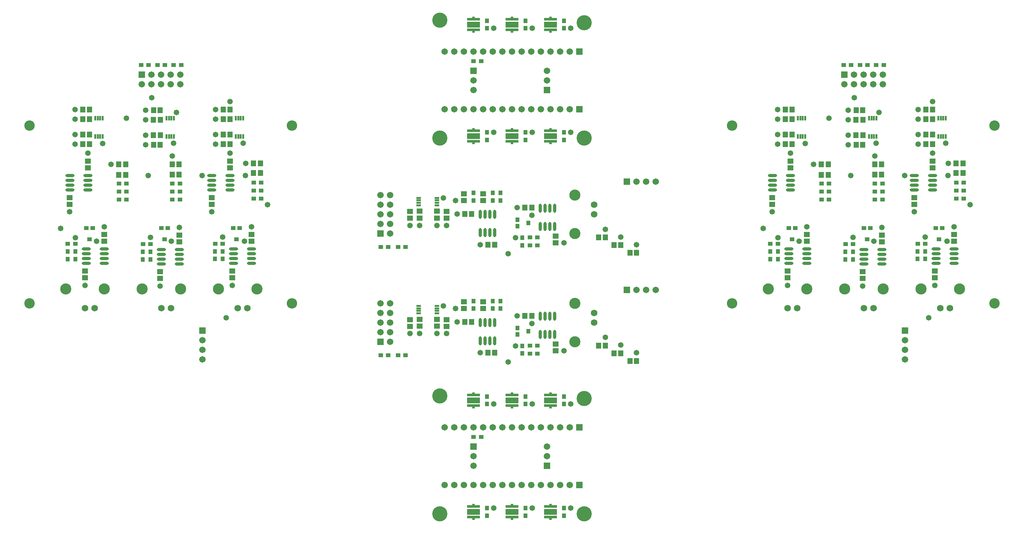
<source format=gts>
%FSLAX25Y25*%
%MOIN*%
G70*
G01*
G75*
G04 Layer_Color=8388736*
%ADD10R,0.12992X0.05118*%
%ADD11R,0.12992X0.01969*%
%ADD12R,0.01969X0.01575*%
%ADD13R,0.03543X0.04331*%
%ADD14R,0.04331X0.03543*%
%ADD15C,0.01000*%
%ADD16R,0.03937X0.03543*%
%ADD17R,0.01614X0.04016*%
%ADD18R,0.04921X0.05512*%
%ADD19R,0.04724X0.05512*%
%ADD20R,0.05512X0.04724*%
%ADD21O,0.08661X0.02362*%
%ADD22R,0.03543X0.03937*%
%ADD23R,0.04016X0.01614*%
%ADD24R,0.05512X0.04724*%
%ADD25R,0.05512X0.04921*%
%ADD26O,0.02362X0.08661*%
%ADD27R,0.05906X0.05906*%
%ADD28C,0.05906*%
%ADD29R,0.05906X0.05906*%
%ADD30C,0.05000*%
%ADD31C,0.14950*%
%ADD32C,0.10000*%
%ADD33C,0.06000*%
%ADD34C,0.10787*%
%ADD35R,0.04724X0.04724*%
%ADD36R,0.10000X0.05984*%
%ADD37R,0.05984X0.10000*%
%ADD38R,0.04724X0.04724*%
%ADD39C,0.00787*%
%ADD40C,0.00800*%
%ADD41C,0.00700*%
%ADD42C,0.00984*%
%ADD43C,0.02362*%
%ADD44C,0.02000*%
%ADD45C,0.01500*%
%ADD46C,0.01200*%
%ADD47R,0.13792X0.05918*%
%ADD48R,0.13792X0.02769*%
%ADD49R,0.02769X0.02375*%
%ADD50R,0.04343X0.05131*%
%ADD51R,0.05131X0.04343*%
%ADD52R,0.04737X0.04343*%
%ADD53R,0.02414X0.04816*%
%ADD54R,0.05721X0.06312*%
%ADD55R,0.05524X0.06312*%
%ADD56R,0.06312X0.05524*%
%ADD57O,0.09461X0.03162*%
%ADD58R,0.04343X0.04737*%
%ADD59R,0.04816X0.02414*%
%ADD60R,0.06312X0.05524*%
%ADD61R,0.06312X0.05721*%
%ADD62O,0.03162X0.09461*%
%ADD63R,0.06706X0.06706*%
%ADD64C,0.06706*%
%ADD65R,0.06706X0.06706*%
%ADD66C,0.05800*%
%ADD67C,0.15750*%
%ADD68C,0.10800*%
%ADD69C,0.06800*%
%ADD70C,0.11587*%
D47*
X595000Y18500D02*
D03*
X555000Y134500D02*
D03*
X515000Y18500D02*
D03*
X595000Y134500D02*
D03*
X555000Y18500D02*
D03*
X515000Y134500D02*
D03*
X595000Y409500D02*
D03*
X555000Y525500D02*
D03*
X515000Y409500D02*
D03*
X595000Y525500D02*
D03*
X555000Y409500D02*
D03*
X515000Y525500D02*
D03*
D48*
X595000Y24012D02*
D03*
Y12988D02*
D03*
X555000Y128988D02*
D03*
Y140012D02*
D03*
X515000Y24012D02*
D03*
Y12988D02*
D03*
X595000Y128988D02*
D03*
Y140012D02*
D03*
X555000Y24012D02*
D03*
Y12988D02*
D03*
X515000Y128988D02*
D03*
Y140012D02*
D03*
X595000Y415012D02*
D03*
Y403988D02*
D03*
X555000Y519988D02*
D03*
Y531012D02*
D03*
X515000Y415012D02*
D03*
Y403988D02*
D03*
X595000Y519988D02*
D03*
Y531012D02*
D03*
X555000Y415012D02*
D03*
Y403988D02*
D03*
X515000Y519988D02*
D03*
Y531012D02*
D03*
D49*
X595000Y25784D02*
D03*
Y11216D02*
D03*
X555000Y127216D02*
D03*
Y141783D02*
D03*
X515000Y25784D02*
D03*
Y11216D02*
D03*
X595000Y127216D02*
D03*
Y141783D02*
D03*
X555000Y25784D02*
D03*
Y11216D02*
D03*
X515000Y127216D02*
D03*
Y141783D02*
D03*
X595000Y416784D02*
D03*
Y402216D02*
D03*
X555000Y518217D02*
D03*
Y532784D02*
D03*
X515000Y416784D02*
D03*
Y402216D02*
D03*
X595000Y518217D02*
D03*
Y532784D02*
D03*
X555000Y416784D02*
D03*
Y402216D02*
D03*
X515000Y518217D02*
D03*
Y532784D02*
D03*
D50*
X609000Y14500D02*
D03*
Y22374D02*
D03*
Y138500D02*
D03*
Y130626D02*
D03*
X569000Y138500D02*
D03*
Y130626D02*
D03*
Y14500D02*
D03*
Y22374D02*
D03*
X529000Y14500D02*
D03*
Y22374D02*
D03*
Y138500D02*
D03*
Y130626D02*
D03*
X609000Y405500D02*
D03*
Y413374D02*
D03*
Y529500D02*
D03*
Y521626D02*
D03*
X569000Y529500D02*
D03*
Y521626D02*
D03*
Y405500D02*
D03*
Y413374D02*
D03*
X529000Y405500D02*
D03*
Y413374D02*
D03*
Y529500D02*
D03*
Y521626D02*
D03*
X254500Y281626D02*
D03*
Y289500D02*
D03*
X246500Y281626D02*
D03*
Y289500D02*
D03*
X179500Y281126D02*
D03*
Y289000D02*
D03*
X171500Y281126D02*
D03*
Y289000D02*
D03*
X101200Y281426D02*
D03*
Y289300D02*
D03*
X93200Y281426D02*
D03*
Y289300D02*
D03*
X984500Y281626D02*
D03*
Y289500D02*
D03*
X976500Y281626D02*
D03*
Y289500D02*
D03*
X909500Y281126D02*
D03*
Y289000D02*
D03*
X901500Y281126D02*
D03*
Y289000D02*
D03*
X831200Y281426D02*
D03*
Y289300D02*
D03*
X823200Y281426D02*
D03*
Y289300D02*
D03*
X543000Y230000D02*
D03*
Y237874D02*
D03*
X535000Y230000D02*
D03*
Y237874D02*
D03*
X572000Y206500D02*
D03*
X515000Y237874D02*
D03*
Y230000D02*
D03*
X565626Y191106D02*
D03*
Y183232D02*
D03*
X543000Y342500D02*
D03*
Y350374D02*
D03*
X535000Y342500D02*
D03*
Y350374D02*
D03*
X572000Y319000D02*
D03*
X515000Y350374D02*
D03*
Y342500D02*
D03*
X565626Y303606D02*
D03*
Y295732D02*
D03*
D51*
X523000Y96500D02*
D03*
X515126D02*
D03*
X523000Y487500D02*
D03*
X515126D02*
D03*
X169626Y483500D02*
D03*
X177500D02*
D03*
X211374D02*
D03*
X203500D02*
D03*
X186563D02*
D03*
X194437D02*
D03*
X246626Y297500D02*
D03*
X254500D02*
D03*
X171626Y297000D02*
D03*
X179500D02*
D03*
X93326Y297300D02*
D03*
X101200D02*
D03*
X286549Y361000D02*
D03*
X294423D02*
D03*
X202000Y360000D02*
D03*
X209874D02*
D03*
X146549D02*
D03*
X154423D02*
D03*
X294423Y352750D02*
D03*
X286549D02*
D03*
X294423Y344500D02*
D03*
X286549D02*
D03*
X209874Y351750D02*
D03*
X202000D02*
D03*
X209874Y343500D02*
D03*
X202000D02*
D03*
X154423Y351750D02*
D03*
X146549D02*
D03*
X154423Y343500D02*
D03*
X146549D02*
D03*
X268800Y302200D02*
D03*
X193900D02*
D03*
X115900D02*
D03*
X899626Y483500D02*
D03*
X907500D02*
D03*
X941374D02*
D03*
X933500D02*
D03*
X916563D02*
D03*
X924437D02*
D03*
X976626Y297500D02*
D03*
X984500D02*
D03*
X901626Y297000D02*
D03*
X909500D02*
D03*
X823326Y297300D02*
D03*
X831200D02*
D03*
X1016549Y361000D02*
D03*
X1024423D02*
D03*
X932000Y360000D02*
D03*
X939874D02*
D03*
X876549D02*
D03*
X884423D02*
D03*
X1024423Y352750D02*
D03*
X1016549D02*
D03*
X1024423Y344500D02*
D03*
X1016549D02*
D03*
X939874Y351750D02*
D03*
X932000D02*
D03*
X939874Y343500D02*
D03*
X932000D02*
D03*
X884423Y351750D02*
D03*
X876549D02*
D03*
X884423Y343500D02*
D03*
X876549D02*
D03*
X998800Y302200D02*
D03*
X923900D02*
D03*
X845900D02*
D03*
X573626Y183106D02*
D03*
X581500D02*
D03*
X573626Y191500D02*
D03*
X581500D02*
D03*
X418626Y181500D02*
D03*
X426500D02*
D03*
X436626D02*
D03*
X444500D02*
D03*
X573626Y295606D02*
D03*
X581500D02*
D03*
X573626Y304000D02*
D03*
X581500D02*
D03*
X418626Y294000D02*
D03*
X426500D02*
D03*
X436626D02*
D03*
X444500D02*
D03*
D52*
X265454Y313617D02*
D03*
X272147D02*
D03*
X190553D02*
D03*
X197247D02*
D03*
X112554D02*
D03*
X119246D02*
D03*
X995453D02*
D03*
X1002147D02*
D03*
X920553D02*
D03*
X927246D02*
D03*
X842554D02*
D03*
X849247D02*
D03*
D53*
X268000Y409000D02*
D03*
X270559D02*
D03*
X273118D02*
D03*
X275677D02*
D03*
X268000Y427898D02*
D03*
X270559D02*
D03*
X273118D02*
D03*
X275677D02*
D03*
X196000Y409000D02*
D03*
X198559D02*
D03*
X201118D02*
D03*
X203677D02*
D03*
X196000Y427898D02*
D03*
X198559D02*
D03*
X201118D02*
D03*
X203677D02*
D03*
X122000Y409000D02*
D03*
X124559D02*
D03*
X127118D02*
D03*
X129677D02*
D03*
X122000Y427898D02*
D03*
X124559D02*
D03*
X127118D02*
D03*
X129677D02*
D03*
X998000Y409000D02*
D03*
X1000559D02*
D03*
X1003118D02*
D03*
X1005677D02*
D03*
X998000Y427898D02*
D03*
X1000559D02*
D03*
X1003118D02*
D03*
X1005677D02*
D03*
X926000Y409000D02*
D03*
X928559D02*
D03*
X931118D02*
D03*
X933677D02*
D03*
X926000Y427898D02*
D03*
X928559D02*
D03*
X931118D02*
D03*
X933677D02*
D03*
X852000Y409000D02*
D03*
X854559D02*
D03*
X857118D02*
D03*
X859677D02*
D03*
X852000Y427898D02*
D03*
X854559D02*
D03*
X857118D02*
D03*
X859677D02*
D03*
D54*
X261945Y401000D02*
D03*
X255055D02*
D03*
X261945Y437000D02*
D03*
X255055D02*
D03*
X189445Y400500D02*
D03*
X182555D02*
D03*
X189445Y436500D02*
D03*
X182555D02*
D03*
X115945Y401000D02*
D03*
X109055D02*
D03*
X115945Y437000D02*
D03*
X109055D02*
D03*
X991945Y401000D02*
D03*
X985055D02*
D03*
X991945Y437000D02*
D03*
X985055D02*
D03*
X919445Y400500D02*
D03*
X912555D02*
D03*
X919445Y436500D02*
D03*
X912555D02*
D03*
X845945Y401000D02*
D03*
X839055D02*
D03*
X845945Y437000D02*
D03*
X839055D02*
D03*
X645055Y191500D02*
D03*
X651945D02*
D03*
X661055Y183500D02*
D03*
X667945D02*
D03*
X677555Y175500D02*
D03*
X684445D02*
D03*
X645055Y304000D02*
D03*
X651945D02*
D03*
X661055Y296000D02*
D03*
X667945D02*
D03*
X677555Y288000D02*
D03*
X684445D02*
D03*
D55*
X254957Y411000D02*
D03*
X262043D02*
D03*
X254957Y427000D02*
D03*
X262043D02*
D03*
X182457Y410500D02*
D03*
X189543D02*
D03*
X182457Y426500D02*
D03*
X189543D02*
D03*
X108957Y411000D02*
D03*
X116043D02*
D03*
X286457Y371000D02*
D03*
X293543D02*
D03*
X108957Y427000D02*
D03*
X116043D02*
D03*
X201908Y369500D02*
D03*
X208995D02*
D03*
X146457Y369000D02*
D03*
X153543D02*
D03*
X286457Y381000D02*
D03*
X293543D02*
D03*
X201908Y380000D02*
D03*
X208995D02*
D03*
X146457D02*
D03*
X153543D02*
D03*
X984957Y411000D02*
D03*
X992043D02*
D03*
X984957Y427000D02*
D03*
X992043D02*
D03*
X912457Y410500D02*
D03*
X919543D02*
D03*
X912457Y426500D02*
D03*
X919543D02*
D03*
X838957Y411000D02*
D03*
X846043D02*
D03*
X1016457Y371000D02*
D03*
X1023543D02*
D03*
X838957Y427000D02*
D03*
X846043D02*
D03*
X931908Y369500D02*
D03*
X938995D02*
D03*
X876457Y369000D02*
D03*
X883543D02*
D03*
X1016457Y381000D02*
D03*
X1023543D02*
D03*
X931908Y380000D02*
D03*
X938995D02*
D03*
X876457D02*
D03*
X883543D02*
D03*
X537043Y184000D02*
D03*
X529957D02*
D03*
X513043Y216000D02*
D03*
X505957D02*
D03*
X575543Y222500D02*
D03*
X568457D02*
D03*
X537043Y296500D02*
D03*
X529957D02*
D03*
X513043Y328500D02*
D03*
X505957D02*
D03*
X575543Y335000D02*
D03*
X568457D02*
D03*
D56*
X284500Y299957D02*
D03*
Y307043D02*
D03*
X264500Y269043D02*
D03*
Y261957D02*
D03*
X209500Y299457D02*
D03*
Y306543D02*
D03*
X189500Y268543D02*
D03*
Y261457D02*
D03*
X131400Y299957D02*
D03*
Y307043D02*
D03*
X111500Y269043D02*
D03*
Y261957D02*
D03*
X261900Y376457D02*
D03*
Y383543D02*
D03*
X243100Y345543D02*
D03*
Y338457D02*
D03*
X114400Y376457D02*
D03*
Y383543D02*
D03*
X95400Y345543D02*
D03*
Y338457D02*
D03*
X1014500Y299957D02*
D03*
Y307043D02*
D03*
X994500Y269043D02*
D03*
Y261957D02*
D03*
X939500Y299457D02*
D03*
Y306543D02*
D03*
X919500Y268543D02*
D03*
Y261457D02*
D03*
X861400Y299957D02*
D03*
Y307043D02*
D03*
X841500Y269043D02*
D03*
Y261957D02*
D03*
X991900Y376457D02*
D03*
Y383543D02*
D03*
X973100Y345543D02*
D03*
Y338457D02*
D03*
X844400Y376457D02*
D03*
Y383543D02*
D03*
X825400Y345543D02*
D03*
Y338457D02*
D03*
X600500Y193043D02*
D03*
Y185957D02*
D03*
Y305543D02*
D03*
Y298457D02*
D03*
D57*
X284449Y277000D02*
D03*
Y282000D02*
D03*
Y287000D02*
D03*
Y292000D02*
D03*
X265551Y277000D02*
D03*
Y282000D02*
D03*
Y287000D02*
D03*
Y292000D02*
D03*
X209449Y276500D02*
D03*
Y281500D02*
D03*
Y286500D02*
D03*
Y291500D02*
D03*
X190551Y276500D02*
D03*
Y281500D02*
D03*
Y286500D02*
D03*
Y291500D02*
D03*
X131449Y277000D02*
D03*
Y282000D02*
D03*
Y287000D02*
D03*
Y292000D02*
D03*
X112551Y277000D02*
D03*
Y282000D02*
D03*
Y287000D02*
D03*
Y292000D02*
D03*
X261949Y353500D02*
D03*
Y358500D02*
D03*
Y363500D02*
D03*
Y368500D02*
D03*
X243051Y353500D02*
D03*
Y358500D02*
D03*
Y363500D02*
D03*
Y368500D02*
D03*
X114449Y353500D02*
D03*
Y358500D02*
D03*
Y363500D02*
D03*
Y368500D02*
D03*
X95551Y353500D02*
D03*
Y358500D02*
D03*
Y363500D02*
D03*
Y368500D02*
D03*
X1014449Y277000D02*
D03*
Y282000D02*
D03*
Y287000D02*
D03*
Y292000D02*
D03*
X995551Y277000D02*
D03*
Y282000D02*
D03*
Y287000D02*
D03*
Y292000D02*
D03*
X939449Y276500D02*
D03*
Y281500D02*
D03*
Y286500D02*
D03*
Y291500D02*
D03*
X920551Y276500D02*
D03*
Y281500D02*
D03*
Y286500D02*
D03*
Y291500D02*
D03*
X861449Y277000D02*
D03*
Y282000D02*
D03*
Y287000D02*
D03*
Y292000D02*
D03*
X842551Y277000D02*
D03*
Y282000D02*
D03*
Y287000D02*
D03*
Y292000D02*
D03*
X991949Y353500D02*
D03*
Y358500D02*
D03*
Y363500D02*
D03*
Y368500D02*
D03*
X973051Y353500D02*
D03*
Y358500D02*
D03*
Y363500D02*
D03*
Y368500D02*
D03*
X844449Y353500D02*
D03*
Y358500D02*
D03*
Y363500D02*
D03*
Y368500D02*
D03*
X825551Y353500D02*
D03*
Y358500D02*
D03*
Y363500D02*
D03*
Y368500D02*
D03*
D58*
X560583Y209846D02*
D03*
Y203153D02*
D03*
Y322346D02*
D03*
Y315653D02*
D03*
D59*
X477000Y225000D02*
D03*
Y227559D02*
D03*
Y230118D02*
D03*
Y232677D02*
D03*
X458102Y225000D02*
D03*
Y227559D02*
D03*
Y230118D02*
D03*
Y232677D02*
D03*
X477000Y337500D02*
D03*
Y340059D02*
D03*
Y342618D02*
D03*
Y345177D02*
D03*
X458102Y337500D02*
D03*
Y340059D02*
D03*
Y342618D02*
D03*
Y345177D02*
D03*
D60*
X525000Y229908D02*
D03*
Y236995D02*
D03*
X477000Y211653D02*
D03*
Y218740D02*
D03*
X459000Y211653D02*
D03*
Y218740D02*
D03*
X505000Y229908D02*
D03*
Y236995D02*
D03*
X525000Y342408D02*
D03*
Y349495D02*
D03*
X477000Y324153D02*
D03*
Y331240D02*
D03*
X459000Y324153D02*
D03*
Y331240D02*
D03*
X505000Y342408D02*
D03*
Y349495D02*
D03*
D61*
X487000Y218445D02*
D03*
Y211555D02*
D03*
X449000Y218445D02*
D03*
Y211555D02*
D03*
X487000Y330945D02*
D03*
Y324055D02*
D03*
X449000Y330945D02*
D03*
Y324055D02*
D03*
D62*
X599500Y221949D02*
D03*
X594500D02*
D03*
X589500D02*
D03*
X584500D02*
D03*
X599500Y203051D02*
D03*
X594500D02*
D03*
X589500D02*
D03*
X584500D02*
D03*
X537000Y215449D02*
D03*
X532000D02*
D03*
X527000D02*
D03*
X522000D02*
D03*
X537000Y196551D02*
D03*
X532000D02*
D03*
X527000D02*
D03*
X522000D02*
D03*
X599500Y334449D02*
D03*
X594500D02*
D03*
X589500D02*
D03*
X584500D02*
D03*
X599500Y315551D02*
D03*
X594500D02*
D03*
X589500D02*
D03*
X584500D02*
D03*
X537000Y327949D02*
D03*
X532000D02*
D03*
X527000D02*
D03*
X522000D02*
D03*
X537000Y309051D02*
D03*
X532000D02*
D03*
X527000D02*
D03*
X522000D02*
D03*
D63*
X625000Y46500D02*
D03*
Y106500D02*
D03*
Y437500D02*
D03*
Y497500D02*
D03*
X170500Y473500D02*
D03*
X900500D02*
D03*
X674500Y249500D02*
D03*
Y362000D02*
D03*
D64*
X615000Y46500D02*
D03*
X605000D02*
D03*
X595000D02*
D03*
X585000D02*
D03*
X575000D02*
D03*
X565000D02*
D03*
X555000D02*
D03*
X545000D02*
D03*
X535000D02*
D03*
X525000D02*
D03*
X515000D02*
D03*
X505000D02*
D03*
X495000D02*
D03*
X485000D02*
D03*
X615000Y106500D02*
D03*
X605000D02*
D03*
X595000D02*
D03*
X585000D02*
D03*
X575000D02*
D03*
X565000D02*
D03*
X555000D02*
D03*
X545000D02*
D03*
X535000D02*
D03*
X525000D02*
D03*
X515000D02*
D03*
X505000D02*
D03*
X495000D02*
D03*
X485000D02*
D03*
X591500Y86500D02*
D03*
Y76500D02*
D03*
X515000Y66500D02*
D03*
Y76500D02*
D03*
X615000Y437500D02*
D03*
X605000D02*
D03*
X595000D02*
D03*
X585000D02*
D03*
X575000D02*
D03*
X565000D02*
D03*
X555000D02*
D03*
X545000D02*
D03*
X535000D02*
D03*
X525000D02*
D03*
X515000D02*
D03*
X505000D02*
D03*
X495000D02*
D03*
X485000D02*
D03*
X615000Y497500D02*
D03*
X605000D02*
D03*
X595000D02*
D03*
X585000D02*
D03*
X575000D02*
D03*
X565000D02*
D03*
X555000D02*
D03*
X545000D02*
D03*
X535000D02*
D03*
X525000D02*
D03*
X515000D02*
D03*
X505000D02*
D03*
X495000D02*
D03*
X485000D02*
D03*
X591500Y477500D02*
D03*
Y467500D02*
D03*
X515000Y457500D02*
D03*
Y467500D02*
D03*
X233500Y177000D02*
D03*
Y187000D02*
D03*
Y197000D02*
D03*
X210500Y463500D02*
D03*
Y473500D02*
D03*
X200500Y463500D02*
D03*
Y473500D02*
D03*
X190500Y463500D02*
D03*
Y473500D02*
D03*
X180500Y463500D02*
D03*
Y473500D02*
D03*
X170500Y463500D02*
D03*
X963500Y177000D02*
D03*
Y187000D02*
D03*
Y197000D02*
D03*
X940500Y463500D02*
D03*
Y473500D02*
D03*
X930500Y463500D02*
D03*
Y473500D02*
D03*
X920500Y463500D02*
D03*
Y473500D02*
D03*
X910500Y463500D02*
D03*
Y473500D02*
D03*
X900500Y463500D02*
D03*
X704500Y249500D02*
D03*
X694500D02*
D03*
X684500D02*
D03*
X428500Y235500D02*
D03*
X418500D02*
D03*
X428500Y225500D02*
D03*
X418500D02*
D03*
X428500Y215500D02*
D03*
X418500D02*
D03*
X428500Y205500D02*
D03*
X418500D02*
D03*
X428500Y195500D02*
D03*
X704500Y362000D02*
D03*
X694500D02*
D03*
X684500D02*
D03*
X428500Y348000D02*
D03*
X418500D02*
D03*
X428500Y338000D02*
D03*
X418500D02*
D03*
X428500Y328000D02*
D03*
X418500D02*
D03*
X428500Y318000D02*
D03*
X418500D02*
D03*
X428500Y308000D02*
D03*
D65*
X591500Y66500D02*
D03*
X515000Y86500D02*
D03*
X591500Y457500D02*
D03*
X515000Y477500D02*
D03*
X233500Y207000D02*
D03*
X963500D02*
D03*
X418500Y195500D02*
D03*
Y308000D02*
D03*
D66*
X535874Y22374D02*
D03*
X576026D02*
D03*
X616026D02*
D03*
X576074Y130626D02*
D03*
X615974D02*
D03*
X535974D02*
D03*
X535874Y413374D02*
D03*
X576026D02*
D03*
X616026D02*
D03*
X576074Y521626D02*
D03*
X615974D02*
D03*
X535974D02*
D03*
X180547Y449547D02*
D03*
X264500Y254000D02*
D03*
X284500Y315000D02*
D03*
X189500Y253500D02*
D03*
X209500Y314500D02*
D03*
X111500Y254000D02*
D03*
X131400Y314900D02*
D03*
X114400Y391600D02*
D03*
X261900D02*
D03*
X243100Y330600D02*
D03*
X275677Y402177D02*
D03*
X247000Y401000D02*
D03*
Y411000D02*
D03*
Y427000D02*
D03*
Y437000D02*
D03*
X174500Y400500D02*
D03*
Y410500D02*
D03*
Y426500D02*
D03*
Y436500D02*
D03*
X203500Y402000D02*
D03*
X101000Y401000D02*
D03*
Y411000D02*
D03*
Y427000D02*
D03*
Y437000D02*
D03*
X129677Y401823D02*
D03*
X254500Y304500D02*
D03*
X179500Y304000D02*
D03*
X101200Y303800D02*
D03*
X138500Y380000D02*
D03*
X201908Y388592D02*
D03*
X233000Y368500D02*
D03*
X177000D02*
D03*
X95400Y330600D02*
D03*
X278500Y381000D02*
D03*
X278000Y368500D02*
D03*
X301000Y338000D02*
D03*
X154500Y428000D02*
D03*
X262000Y445500D02*
D03*
X123457Y299957D02*
D03*
X86000Y313500D02*
D03*
X258000Y220500D02*
D03*
X201000Y300000D02*
D03*
X206500Y434000D02*
D03*
X276957Y299957D02*
D03*
X910547Y449547D02*
D03*
X994500Y254000D02*
D03*
X1014500Y315000D02*
D03*
X919500Y253500D02*
D03*
X939500Y314500D02*
D03*
X841500Y254000D02*
D03*
X861400Y314900D02*
D03*
X844400Y391600D02*
D03*
X991900D02*
D03*
X973100Y330600D02*
D03*
X1005677Y402177D02*
D03*
X977000Y401000D02*
D03*
Y411000D02*
D03*
Y427000D02*
D03*
Y437000D02*
D03*
X904500Y400500D02*
D03*
Y410500D02*
D03*
Y426500D02*
D03*
Y436500D02*
D03*
X933500Y402000D02*
D03*
X831000Y401000D02*
D03*
Y411000D02*
D03*
Y427000D02*
D03*
Y437000D02*
D03*
X859677Y401823D02*
D03*
X984500Y304500D02*
D03*
X909500Y304000D02*
D03*
X831200Y303800D02*
D03*
X868500Y380000D02*
D03*
X931908Y388592D02*
D03*
X963000Y368500D02*
D03*
X907000D02*
D03*
X825400Y330600D02*
D03*
X1008500Y381000D02*
D03*
X1008000Y368500D02*
D03*
X1031000Y338000D02*
D03*
X884500Y428000D02*
D03*
X992000Y445500D02*
D03*
X853457Y299957D02*
D03*
X816000Y313500D02*
D03*
X988000Y220500D02*
D03*
X931000Y300000D02*
D03*
X936500Y434000D02*
D03*
X1006957Y299957D02*
D03*
X449000Y204000D02*
D03*
X459000D02*
D03*
X477000D02*
D03*
X487000D02*
D03*
X483823Y232677D02*
D03*
X522000Y184000D02*
D03*
X498000Y216000D02*
D03*
X496408Y229908D02*
D03*
X560500Y222500D02*
D03*
X558606Y191106D02*
D03*
X609043Y185957D02*
D03*
X667945Y191945D02*
D03*
X651945Y199945D02*
D03*
X684445Y183945D02*
D03*
X575543Y214543D02*
D03*
X551000Y174500D02*
D03*
X449000Y316500D02*
D03*
X459000D02*
D03*
X477000D02*
D03*
X487000D02*
D03*
X483823Y345177D02*
D03*
X522000Y296500D02*
D03*
X498000Y328500D02*
D03*
X496408Y342408D02*
D03*
X560500Y335000D02*
D03*
X558606Y303606D02*
D03*
X609043Y298457D02*
D03*
X667945Y304445D02*
D03*
X651945Y312445D02*
D03*
X684445Y296445D02*
D03*
X575543Y327043D02*
D03*
X551000Y287000D02*
D03*
D67*
X480000Y16500D02*
D03*
Y139020D02*
D03*
X630000Y136500D02*
D03*
Y16500D02*
D03*
X480000Y407500D02*
D03*
Y530020D02*
D03*
X630000Y527500D02*
D03*
Y407500D02*
D03*
D68*
X326250Y420500D02*
D03*
Y235500D02*
D03*
X53750D02*
D03*
Y420500D02*
D03*
X1056250D02*
D03*
Y235500D02*
D03*
X783750D02*
D03*
Y420500D02*
D03*
D69*
X270000Y230300D02*
D03*
X280000D02*
D03*
X190700D02*
D03*
X200700D02*
D03*
X111400D02*
D03*
X121400D02*
D03*
X1000000D02*
D03*
X1010000D02*
D03*
X920700D02*
D03*
X930700D02*
D03*
X841400D02*
D03*
X851400D02*
D03*
X640500Y225500D02*
D03*
Y215500D02*
D03*
Y338000D02*
D03*
Y328000D02*
D03*
D70*
X250000Y250300D02*
D03*
X290000D02*
D03*
X170700D02*
D03*
X210700D02*
D03*
X91400D02*
D03*
X131400D02*
D03*
X980000D02*
D03*
X1020000D02*
D03*
X900700D02*
D03*
X940700D02*
D03*
X821400D02*
D03*
X861400D02*
D03*
X620500Y235500D02*
D03*
Y195500D02*
D03*
Y348000D02*
D03*
Y308000D02*
D03*
M02*

</source>
